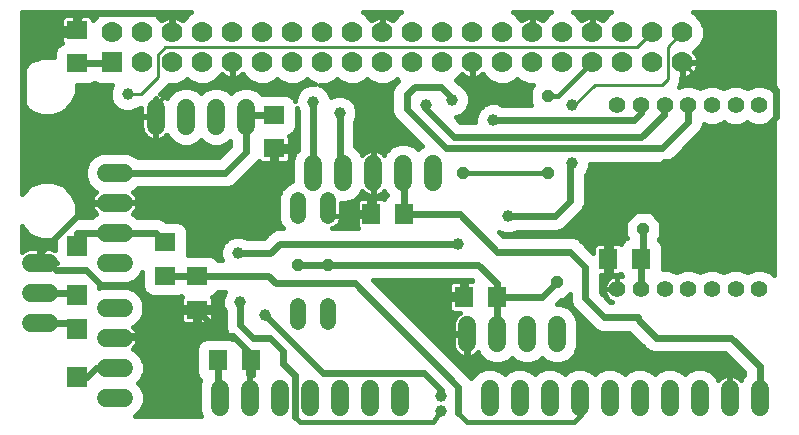
<source format=gbl>
G75*
%MOIN*%
%OFA0B0*%
%FSLAX25Y25*%
%IPPOS*%
%LPD*%
%AMOC8*
5,1,8,0,0,1.08239X$1,22.5*
%
%ADD10C,0.06000*%
%ADD11R,0.07087X0.06299*%
%ADD12R,0.06299X0.07087*%
%ADD13R,0.07098X0.06299*%
%ADD14C,0.05600*%
%ADD15R,0.07000X0.07000*%
%ADD16C,0.07000*%
%ADD17R,0.06693X0.07087*%
%ADD18C,0.05200*%
%ADD19C,0.02400*%
%ADD20C,0.01600*%
%ADD21C,0.01000*%
%ADD22C,0.03962*%
%ADD23OC8,0.03962*%
D10*
X0050050Y0029300D02*
X0056050Y0029300D01*
X0056050Y0039300D02*
X0050050Y0039300D01*
X0050050Y0049300D02*
X0056050Y0049300D01*
X0056050Y0059300D02*
X0050050Y0059300D01*
X0031050Y0054300D02*
X0025050Y0054300D01*
X0025050Y0064300D02*
X0031050Y0064300D01*
X0031050Y0074300D02*
X0025050Y0074300D01*
X0050050Y0074300D02*
X0056050Y0074300D01*
X0056050Y0084300D02*
X0050050Y0084300D01*
X0050050Y0094300D02*
X0056050Y0094300D01*
X0056050Y0104300D02*
X0050050Y0104300D01*
X0066800Y0120050D02*
X0066800Y0126050D01*
X0076800Y0126050D02*
X0076800Y0120050D01*
X0086800Y0120050D02*
X0086800Y0126050D01*
X0096800Y0126050D02*
X0096800Y0120050D01*
X0119300Y0107300D02*
X0119300Y0101300D01*
X0129300Y0101300D02*
X0129300Y0107300D01*
X0139300Y0107300D02*
X0139300Y0101300D01*
X0149300Y0101300D02*
X0149300Y0107300D01*
X0159300Y0107300D02*
X0159300Y0101300D01*
X0170550Y0053550D02*
X0170550Y0047550D01*
X0180550Y0047550D02*
X0180550Y0053550D01*
X0190550Y0053550D02*
X0190550Y0047550D01*
X0200550Y0047550D02*
X0200550Y0053550D01*
X0198050Y0032300D02*
X0198050Y0026300D01*
X0208050Y0026300D02*
X0208050Y0032300D01*
X0218050Y0032300D02*
X0218050Y0026300D01*
X0228050Y0026300D02*
X0228050Y0032300D01*
X0238050Y0032300D02*
X0238050Y0026300D01*
X0248050Y0026300D02*
X0248050Y0032300D01*
X0258050Y0032300D02*
X0258050Y0026300D01*
X0268050Y0026300D02*
X0268050Y0032300D01*
X0188050Y0032300D02*
X0188050Y0026300D01*
X0178050Y0026300D02*
X0178050Y0032300D01*
X0148050Y0032300D02*
X0148050Y0026300D01*
X0138050Y0026300D02*
X0138050Y0032300D01*
X0128050Y0032300D02*
X0128050Y0026300D01*
X0118050Y0026300D02*
X0118050Y0032300D01*
X0108050Y0032300D02*
X0108050Y0026300D01*
X0098050Y0026300D02*
X0098050Y0032300D01*
X0088050Y0032300D02*
X0088050Y0026300D01*
D11*
X0106175Y0112425D03*
X0106175Y0123449D03*
X0040550Y0140776D03*
X0040550Y0151800D03*
D12*
X0138675Y0090550D03*
X0149699Y0090550D03*
X0169526Y0063050D03*
X0180550Y0063050D03*
X0217651Y0075550D03*
X0228675Y0075550D03*
X0098449Y0041800D03*
X0087425Y0041800D03*
D13*
X0080550Y0058728D03*
X0080550Y0069925D03*
X0069925Y0069978D03*
X0069925Y0081175D03*
D14*
X0220678Y0065550D03*
X0228552Y0065550D03*
X0236426Y0065550D03*
X0244300Y0065550D03*
X0252174Y0065550D03*
X0260048Y0065550D03*
X0267922Y0065550D03*
X0267922Y0126800D03*
X0260048Y0126800D03*
X0252174Y0126800D03*
X0244300Y0126800D03*
X0236426Y0126800D03*
X0228552Y0126800D03*
X0220678Y0126800D03*
D15*
X0052253Y0141131D03*
D16*
X0062253Y0141131D03*
X0072253Y0141131D03*
X0082253Y0141131D03*
X0092253Y0141131D03*
X0102253Y0141131D03*
X0112253Y0141131D03*
X0122253Y0141131D03*
X0132253Y0141131D03*
X0142253Y0141131D03*
X0152253Y0141131D03*
X0162253Y0141131D03*
X0172253Y0141131D03*
X0182253Y0141131D03*
X0192253Y0141131D03*
X0202253Y0141131D03*
X0212253Y0141131D03*
X0222253Y0141131D03*
X0232253Y0141131D03*
X0242253Y0141131D03*
X0242253Y0151131D03*
X0232253Y0151131D03*
X0222253Y0151131D03*
X0212253Y0151131D03*
X0202253Y0151131D03*
X0192253Y0151131D03*
X0182253Y0151131D03*
X0172253Y0151131D03*
X0162253Y0151131D03*
X0152253Y0151131D03*
X0142253Y0151131D03*
X0132253Y0151131D03*
X0122253Y0151131D03*
X0112253Y0151131D03*
X0102253Y0151131D03*
X0092253Y0151131D03*
X0082253Y0151131D03*
X0072253Y0151131D03*
X0062253Y0151131D03*
X0052253Y0151131D03*
D17*
X0040550Y0079871D03*
X0040550Y0063729D03*
X0040550Y0052371D03*
X0040550Y0036229D03*
D18*
X0114300Y0054725D02*
X0114300Y0059925D01*
X0124300Y0059925D02*
X0124300Y0054725D01*
X0124300Y0089925D02*
X0124300Y0095125D01*
X0114300Y0095125D02*
X0114300Y0089925D01*
D19*
X0108050Y0080550D02*
X0167425Y0080550D01*
X0174300Y0073675D02*
X0180550Y0067425D01*
X0180550Y0063050D01*
X0195550Y0063050D01*
X0200550Y0068050D01*
X0209925Y0073050D02*
X0209925Y0062425D01*
X0216175Y0056175D01*
X0227425Y0056175D01*
X0227425Y0055550D01*
X0233675Y0049300D01*
X0258675Y0049300D01*
X0268050Y0039925D01*
X0268050Y0029300D01*
X0228552Y0065550D02*
X0228552Y0075427D01*
X0228675Y0075550D01*
X0229300Y0076175D01*
X0229300Y0085550D01*
X0209925Y0073050D02*
X0204925Y0078050D01*
X0180550Y0078050D01*
X0168050Y0090550D01*
X0149699Y0090550D01*
X0149699Y0103901D01*
X0149300Y0104300D01*
X0163675Y0112425D02*
X0235550Y0112425D01*
X0244300Y0121175D01*
X0244300Y0126800D01*
X0236175Y0126549D02*
X0236175Y0123675D01*
X0228675Y0116175D01*
X0166175Y0116175D01*
X0156800Y0125550D01*
X0156800Y0126800D01*
X0150550Y0125550D02*
X0163675Y0112425D01*
X0179300Y0121800D02*
X0226175Y0121800D01*
X0228675Y0124300D01*
X0205550Y0107425D02*
X0204925Y0106800D01*
X0204925Y0094925D01*
X0199925Y0089925D01*
X0184300Y0089925D01*
X0174300Y0073675D02*
X0124300Y0073675D01*
X0114300Y0073675D01*
X0108050Y0080550D02*
X0104925Y0077425D01*
X0094300Y0077425D01*
X0104300Y0069925D02*
X0106800Y0067425D01*
X0133050Y0067425D01*
X0167425Y0033050D01*
X0167425Y0024300D01*
X0161800Y0029925D02*
X0161800Y0031800D01*
X0156175Y0037425D01*
X0122425Y0037425D01*
X0103050Y0056800D01*
X0099300Y0049300D02*
X0094925Y0053675D01*
X0094925Y0061175D01*
X0089353Y0049925D02*
X0080550Y0058728D01*
X0089353Y0049925D02*
X0092425Y0049925D01*
X0098449Y0043901D01*
X0099300Y0049300D02*
X0104925Y0049300D01*
X0109300Y0044925D01*
X0109300Y0040550D01*
X0113050Y0036800D01*
X0113050Y0023050D01*
X0088050Y0029300D02*
X0087425Y0029925D01*
X0087425Y0041800D01*
X0053050Y0039300D02*
X0046800Y0039300D01*
X0043729Y0036229D01*
X0040550Y0036229D01*
X0040550Y0054300D02*
X0028050Y0054300D01*
X0028050Y0064300D02*
X0040550Y0064300D01*
X0043675Y0071800D02*
X0048675Y0066800D01*
X0060550Y0066800D01*
X0069925Y0069978D02*
X0080497Y0069978D01*
X0080550Y0069925D02*
X0104300Y0069925D01*
X0069925Y0081175D02*
X0066800Y0084300D01*
X0053050Y0084300D01*
X0040550Y0084300D01*
X0040550Y0079871D01*
X0033675Y0071800D02*
X0031175Y0074300D01*
X0033675Y0071800D02*
X0043675Y0071800D01*
X0028050Y0077425D02*
X0044925Y0094300D01*
X0053050Y0094300D01*
X0053050Y0104300D02*
X0089925Y0104300D01*
X0096800Y0111175D01*
X0096800Y0123050D01*
X0097199Y0123449D02*
X0106175Y0123449D01*
X0119300Y0128050D02*
X0119300Y0104300D01*
X0128050Y0105550D02*
X0129300Y0104300D01*
X0128050Y0105550D02*
X0128050Y0124300D01*
X0150550Y0125550D02*
X0150550Y0130550D01*
X0153050Y0133050D01*
X0161800Y0133050D01*
X0165550Y0129300D01*
X0072253Y0151131D02*
X0072253Y0156972D01*
X0071800Y0157425D01*
X0042425Y0157425D01*
X0040550Y0155550D01*
X0022425Y0142425D02*
X0022425Y0126175D01*
X0040550Y0140776D02*
X0051898Y0140776D01*
X0180550Y0063050D02*
X0180550Y0050550D01*
X0208050Y0029300D02*
X0208675Y0028675D01*
X0259300Y0108675D02*
X0273675Y0123050D01*
X0273675Y0131800D01*
X0268050Y0137425D01*
D20*
X0272751Y0137590D02*
X0246207Y0137590D01*
X0246295Y0137678D02*
X0246786Y0138353D01*
X0247164Y0139096D01*
X0247422Y0139890D01*
X0247553Y0140714D01*
X0247553Y0140946D01*
X0242437Y0140946D01*
X0242437Y0135831D01*
X0242670Y0135831D01*
X0243494Y0135961D01*
X0244287Y0136219D01*
X0245031Y0136598D01*
X0245705Y0137088D01*
X0246295Y0137678D01*
X0247194Y0139188D02*
X0272751Y0139188D01*
X0272751Y0140787D02*
X0247553Y0140787D01*
X0247553Y0141315D02*
X0247553Y0141548D01*
X0247422Y0142372D01*
X0247164Y0143165D01*
X0246786Y0143909D01*
X0246295Y0144583D01*
X0246222Y0144657D01*
X0246501Y0144773D01*
X0248611Y0146882D01*
X0249753Y0149639D01*
X0249753Y0152623D01*
X0248611Y0155379D01*
X0246501Y0157489D01*
X0245845Y0157761D01*
X0272751Y0157761D01*
X0272751Y0131588D01*
X0271774Y0132565D01*
X0269275Y0133600D01*
X0266569Y0133600D01*
X0264070Y0132565D01*
X0263985Y0132480D01*
X0263900Y0132565D01*
X0261401Y0133600D01*
X0258695Y0133600D01*
X0256196Y0132565D01*
X0256111Y0132480D01*
X0256026Y0132565D01*
X0253527Y0133600D01*
X0250821Y0133600D01*
X0248322Y0132565D01*
X0248237Y0132480D01*
X0248152Y0132565D01*
X0245653Y0133600D01*
X0242947Y0133600D01*
X0241055Y0132816D01*
X0241240Y0133001D01*
X0241925Y0134655D01*
X0241925Y0135831D01*
X0242068Y0135831D01*
X0242068Y0140946D01*
X0242437Y0140946D01*
X0242437Y0141315D01*
X0247553Y0141315D01*
X0247418Y0142385D02*
X0272751Y0142385D01*
X0272751Y0143984D02*
X0246731Y0143984D01*
X0247311Y0145582D02*
X0272751Y0145582D01*
X0272751Y0147181D02*
X0248735Y0147181D01*
X0249397Y0148779D02*
X0272751Y0148779D01*
X0272751Y0150378D02*
X0249753Y0150378D01*
X0249753Y0151976D02*
X0272751Y0151976D01*
X0272751Y0153575D02*
X0249358Y0153575D01*
X0248696Y0155173D02*
X0272751Y0155173D01*
X0272751Y0156772D02*
X0247218Y0156772D01*
X0242437Y0140787D02*
X0242068Y0140787D01*
X0242068Y0139188D02*
X0242437Y0139188D01*
X0242437Y0137590D02*
X0242068Y0137590D01*
X0242068Y0135991D02*
X0242437Y0135991D01*
X0243587Y0135991D02*
X0272751Y0135991D01*
X0272751Y0134393D02*
X0241816Y0134393D01*
X0247598Y0132794D02*
X0248876Y0132794D01*
X0255472Y0132794D02*
X0256750Y0132794D01*
X0263346Y0132794D02*
X0264624Y0132794D01*
X0271220Y0132794D02*
X0272751Y0132794D01*
X0272751Y0122012D02*
X0272751Y0070338D01*
X0271774Y0071315D01*
X0269275Y0072350D01*
X0266569Y0072350D01*
X0264070Y0071315D01*
X0263985Y0071230D01*
X0263900Y0071315D01*
X0261401Y0072350D01*
X0258695Y0072350D01*
X0256196Y0071315D01*
X0256111Y0071230D01*
X0256026Y0071315D01*
X0253527Y0072350D01*
X0250821Y0072350D01*
X0248322Y0071315D01*
X0248237Y0071230D01*
X0248152Y0071315D01*
X0245653Y0072350D01*
X0242947Y0072350D01*
X0240448Y0071315D01*
X0240363Y0071230D01*
X0240278Y0071315D01*
X0237779Y0072350D01*
X0235825Y0072350D01*
X0235825Y0079889D01*
X0235216Y0081359D01*
X0234500Y0082075D01*
X0234500Y0082291D01*
X0235281Y0083073D01*
X0235281Y0088027D01*
X0231777Y0091531D01*
X0226823Y0091531D01*
X0223319Y0088027D01*
X0223319Y0083073D01*
X0223717Y0082674D01*
X0223260Y0082484D01*
X0222134Y0081359D01*
X0221814Y0080587D01*
X0221496Y0080771D01*
X0221038Y0080893D01*
X0218426Y0080893D01*
X0218426Y0076325D01*
X0216877Y0076325D01*
X0216877Y0080893D01*
X0214265Y0080893D01*
X0213807Y0080771D01*
X0213397Y0080534D01*
X0213061Y0080199D01*
X0212824Y0079788D01*
X0212702Y0079330D01*
X0212702Y0077627D01*
X0207871Y0082458D01*
X0205959Y0083250D01*
X0182704Y0083250D01*
X0181232Y0084722D01*
X0183110Y0083944D01*
X0185490Y0083944D01*
X0187375Y0084725D01*
X0200959Y0084725D01*
X0202871Y0085517D01*
X0207871Y0090517D01*
X0209333Y0091979D01*
X0210125Y0093891D01*
X0210125Y0103541D01*
X0210621Y0104037D01*
X0211531Y0106235D01*
X0211531Y0107225D01*
X0236584Y0107225D01*
X0238496Y0108017D01*
X0247246Y0116767D01*
X0248708Y0118229D01*
X0249500Y0120141D01*
X0249500Y0120547D01*
X0250821Y0120000D01*
X0253527Y0120000D01*
X0256026Y0121035D01*
X0256111Y0121120D01*
X0256196Y0121035D01*
X0258695Y0120000D01*
X0261401Y0120000D01*
X0263900Y0121035D01*
X0263985Y0121120D01*
X0264070Y0121035D01*
X0266569Y0120000D01*
X0269275Y0120000D01*
X0271774Y0121035D01*
X0272751Y0122012D01*
X0272751Y0121605D02*
X0272343Y0121605D01*
X0272751Y0120006D02*
X0269290Y0120006D01*
X0266554Y0120006D02*
X0261416Y0120006D01*
X0258680Y0120006D02*
X0253542Y0120006D01*
X0250806Y0120006D02*
X0249444Y0120006D01*
X0248782Y0118408D02*
X0272751Y0118408D01*
X0272751Y0116809D02*
X0247288Y0116809D01*
X0245690Y0115211D02*
X0272751Y0115211D01*
X0272751Y0113612D02*
X0244091Y0113612D01*
X0242493Y0112014D02*
X0272751Y0112014D01*
X0272751Y0110415D02*
X0240894Y0110415D01*
X0239296Y0108817D02*
X0272751Y0108817D01*
X0272751Y0107218D02*
X0211531Y0107218D01*
X0211276Y0105620D02*
X0272751Y0105620D01*
X0272751Y0104021D02*
X0210605Y0104021D01*
X0210125Y0102423D02*
X0272751Y0102423D01*
X0272751Y0100824D02*
X0210125Y0100824D01*
X0210125Y0099226D02*
X0272751Y0099226D01*
X0272751Y0097627D02*
X0210125Y0097627D01*
X0210125Y0096029D02*
X0272751Y0096029D01*
X0272751Y0094430D02*
X0210125Y0094430D01*
X0209686Y0092832D02*
X0272751Y0092832D01*
X0272751Y0091233D02*
X0232076Y0091233D01*
X0233674Y0089634D02*
X0272751Y0089634D01*
X0272751Y0088036D02*
X0235273Y0088036D01*
X0235281Y0086437D02*
X0272751Y0086437D01*
X0272751Y0084839D02*
X0235281Y0084839D01*
X0235281Y0083240D02*
X0272751Y0083240D01*
X0272751Y0081642D02*
X0234933Y0081642D01*
X0235761Y0080043D02*
X0272751Y0080043D01*
X0272751Y0078445D02*
X0235825Y0078445D01*
X0235825Y0076846D02*
X0272751Y0076846D01*
X0272751Y0075248D02*
X0235825Y0075248D01*
X0235825Y0073649D02*
X0272751Y0073649D01*
X0272751Y0072051D02*
X0269997Y0072051D01*
X0272636Y0070452D02*
X0272751Y0070452D01*
X0265847Y0072051D02*
X0262123Y0072051D01*
X0257973Y0072051D02*
X0254249Y0072051D01*
X0250099Y0072051D02*
X0246375Y0072051D01*
X0242225Y0072051D02*
X0238501Y0072051D01*
X0222052Y0069940D02*
X0221755Y0070037D01*
X0221040Y0070150D01*
X0220678Y0070150D01*
X0220678Y0065550D01*
X0220678Y0065550D01*
X0220678Y0070150D01*
X0220316Y0070150D01*
X0219601Y0070037D01*
X0218912Y0069813D01*
X0218267Y0069484D01*
X0217681Y0069059D01*
X0217169Y0068547D01*
X0216744Y0067961D01*
X0216415Y0067316D01*
X0216191Y0066627D01*
X0216078Y0065912D01*
X0216078Y0065550D01*
X0220678Y0065550D01*
X0220678Y0065550D01*
X0216078Y0065550D01*
X0216078Y0065188D01*
X0216191Y0064473D01*
X0216415Y0063784D01*
X0216744Y0063139D01*
X0217169Y0062553D01*
X0217681Y0062041D01*
X0218267Y0061616D01*
X0218740Y0061375D01*
X0218329Y0061375D01*
X0215125Y0064579D01*
X0215125Y0070207D01*
X0216877Y0070207D01*
X0216877Y0074775D01*
X0218426Y0074775D01*
X0218426Y0070207D01*
X0221038Y0070207D01*
X0221496Y0070329D01*
X0221814Y0070513D01*
X0222052Y0069940D01*
X0221840Y0070452D02*
X0221709Y0070452D01*
X0220678Y0068854D02*
X0220678Y0068854D01*
X0220678Y0067255D02*
X0220678Y0067255D01*
X0220678Y0065657D02*
X0220678Y0065657D01*
X0216395Y0067255D02*
X0215125Y0067255D01*
X0215125Y0065657D02*
X0216078Y0065657D01*
X0216326Y0064058D02*
X0215646Y0064058D01*
X0217244Y0062460D02*
X0217263Y0062460D01*
X0208930Y0056066D02*
X0207085Y0056066D01*
X0207550Y0054942D02*
X0206484Y0057515D01*
X0204515Y0059484D01*
X0201942Y0060550D01*
X0200404Y0060550D01*
X0201923Y0062069D01*
X0203027Y0062069D01*
X0204725Y0063766D01*
X0204725Y0063459D01*
X0204725Y0061391D01*
X0205517Y0059479D01*
X0213229Y0051767D01*
X0215141Y0050975D01*
X0224646Y0050975D01*
X0229267Y0046354D01*
X0230729Y0044892D01*
X0232641Y0044100D01*
X0256521Y0044100D01*
X0262850Y0037771D01*
X0262850Y0036999D01*
X0262116Y0036265D01*
X0261748Y0035377D01*
X0261711Y0035427D01*
X0261177Y0035961D01*
X0260566Y0036405D01*
X0259893Y0036748D01*
X0259174Y0036982D01*
X0258428Y0037100D01*
X0258250Y0037100D01*
X0258250Y0029500D01*
X0257850Y0029500D01*
X0257850Y0037100D01*
X0257672Y0037100D01*
X0256926Y0036982D01*
X0256207Y0036748D01*
X0255534Y0036405D01*
X0254923Y0035961D01*
X0254389Y0035427D01*
X0254352Y0035377D01*
X0253984Y0036265D01*
X0252015Y0038234D01*
X0249442Y0039300D01*
X0246658Y0039300D01*
X0244085Y0038234D01*
X0243050Y0037199D01*
X0242015Y0038234D01*
X0239442Y0039300D01*
X0236658Y0039300D01*
X0234085Y0038234D01*
X0233050Y0037199D01*
X0232015Y0038234D01*
X0229442Y0039300D01*
X0226658Y0039300D01*
X0224085Y0038234D01*
X0223050Y0037199D01*
X0222015Y0038234D01*
X0219442Y0039300D01*
X0216658Y0039300D01*
X0214085Y0038234D01*
X0213050Y0037199D01*
X0212015Y0038234D01*
X0209442Y0039300D01*
X0206658Y0039300D01*
X0204085Y0038234D01*
X0203050Y0037199D01*
X0202015Y0038234D01*
X0199442Y0039300D01*
X0196658Y0039300D01*
X0194085Y0038234D01*
X0193050Y0037199D01*
X0192015Y0038234D01*
X0189442Y0039300D01*
X0186658Y0039300D01*
X0184085Y0038234D01*
X0183050Y0037199D01*
X0182015Y0038234D01*
X0179442Y0039300D01*
X0176658Y0039300D01*
X0174085Y0038234D01*
X0172116Y0036265D01*
X0171919Y0035790D01*
X0171833Y0035996D01*
X0170371Y0037458D01*
X0170371Y0037458D01*
X0139354Y0068475D01*
X0172146Y0068475D01*
X0172228Y0068393D01*
X0170301Y0068393D01*
X0170301Y0063825D01*
X0168752Y0063825D01*
X0168752Y0068393D01*
X0166140Y0068393D01*
X0165682Y0068271D01*
X0165272Y0068034D01*
X0164936Y0067699D01*
X0164699Y0067288D01*
X0164577Y0066830D01*
X0164577Y0063825D01*
X0168751Y0063825D01*
X0168751Y0062275D01*
X0164577Y0062275D01*
X0164577Y0059270D01*
X0164699Y0058812D01*
X0164936Y0058401D01*
X0165272Y0058066D01*
X0165682Y0057829D01*
X0166140Y0057707D01*
X0168135Y0057707D01*
X0168034Y0057655D01*
X0167423Y0057211D01*
X0166889Y0056677D01*
X0166445Y0056066D01*
X0151763Y0056066D01*
X0150165Y0057664D02*
X0168052Y0057664D01*
X0166445Y0056066D02*
X0166102Y0055393D01*
X0165868Y0054674D01*
X0165750Y0053928D01*
X0165750Y0050750D01*
X0170350Y0050750D01*
X0170350Y0050350D01*
X0170750Y0050350D01*
X0170750Y0042750D01*
X0170928Y0042750D01*
X0171674Y0042868D01*
X0172393Y0043102D01*
X0173066Y0043445D01*
X0173677Y0043889D01*
X0174211Y0044423D01*
X0174248Y0044473D01*
X0174616Y0043585D01*
X0176585Y0041616D01*
X0179158Y0040550D01*
X0181942Y0040550D01*
X0184515Y0041616D01*
X0185550Y0042651D01*
X0186585Y0041616D01*
X0189158Y0040550D01*
X0191942Y0040550D01*
X0194515Y0041616D01*
X0195550Y0042651D01*
X0196585Y0041616D01*
X0199158Y0040550D01*
X0201942Y0040550D01*
X0204515Y0041616D01*
X0206484Y0043585D01*
X0207550Y0046158D01*
X0207550Y0054942D01*
X0207550Y0054467D02*
X0210529Y0054467D01*
X0212127Y0052869D02*
X0207550Y0052869D01*
X0207550Y0051270D02*
X0214428Y0051270D01*
X0207550Y0049672D02*
X0225949Y0049672D01*
X0227548Y0048073D02*
X0207550Y0048073D01*
X0207550Y0046475D02*
X0229146Y0046475D01*
X0230767Y0044876D02*
X0207019Y0044876D01*
X0206177Y0043278D02*
X0257343Y0043278D01*
X0258942Y0041679D02*
X0204579Y0041679D01*
X0204683Y0038482D02*
X0201417Y0038482D01*
X0196521Y0041679D02*
X0194579Y0041679D01*
X0194683Y0038482D02*
X0191417Y0038482D01*
X0186521Y0041679D02*
X0184579Y0041679D01*
X0184683Y0038482D02*
X0181417Y0038482D01*
X0176521Y0041679D02*
X0166150Y0041679D01*
X0167748Y0040081D02*
X0260540Y0040081D01*
X0262139Y0038482D02*
X0251417Y0038482D01*
X0253366Y0036884D02*
X0256624Y0036884D01*
X0257850Y0036884D02*
X0258250Y0036884D01*
X0259476Y0036884D02*
X0262734Y0036884D01*
X0258250Y0035285D02*
X0257850Y0035285D01*
X0257850Y0033687D02*
X0258250Y0033687D01*
X0258250Y0032088D02*
X0257850Y0032088D01*
X0257850Y0030490D02*
X0258250Y0030490D01*
X0244683Y0038482D02*
X0241417Y0038482D01*
X0234683Y0038482D02*
X0231417Y0038482D01*
X0224683Y0038482D02*
X0221417Y0038482D01*
X0214683Y0038482D02*
X0211417Y0038482D01*
X0208675Y0028675D02*
X0208675Y0023675D01*
X0206175Y0021175D01*
X0170550Y0021175D01*
X0167425Y0024300D01*
X0161800Y0024925D02*
X0159300Y0021175D01*
X0114925Y0021175D01*
X0113050Y0023050D01*
X0098250Y0029500D02*
X0097850Y0029500D01*
X0097850Y0037100D01*
X0097674Y0037100D01*
X0097674Y0041025D01*
X0099223Y0041025D01*
X0099223Y0036966D01*
X0099174Y0036982D01*
X0098428Y0037100D01*
X0098250Y0037100D01*
X0098250Y0029500D01*
X0098250Y0030490D02*
X0097850Y0030490D01*
X0097850Y0032088D02*
X0098250Y0032088D01*
X0098250Y0033687D02*
X0097850Y0033687D01*
X0097850Y0035285D02*
X0098250Y0035285D01*
X0098250Y0036884D02*
X0097850Y0036884D01*
X0097674Y0038482D02*
X0099223Y0038482D01*
X0099223Y0040081D02*
X0097674Y0040081D01*
X0097674Y0042575D02*
X0097674Y0044345D01*
X0098266Y0044100D01*
X0099223Y0044100D01*
X0099223Y0042575D01*
X0097674Y0042575D01*
X0097674Y0043278D02*
X0099223Y0043278D01*
X0092279Y0048967D02*
X0091370Y0049343D01*
X0083480Y0049343D01*
X0082010Y0048734D01*
X0080884Y0047609D01*
X0080275Y0046139D01*
X0080275Y0037461D01*
X0080884Y0035991D01*
X0081675Y0035201D01*
X0081050Y0033692D01*
X0081050Y0024908D01*
X0081716Y0023300D01*
X0059857Y0023300D01*
X0060015Y0023366D01*
X0061984Y0025335D01*
X0063050Y0027908D01*
X0063050Y0030692D01*
X0061984Y0033265D01*
X0060949Y0034300D01*
X0061984Y0035335D01*
X0063050Y0037908D01*
X0063050Y0040692D01*
X0061984Y0043265D01*
X0060015Y0045234D01*
X0059127Y0045602D01*
X0059177Y0045639D01*
X0059711Y0046173D01*
X0060155Y0046784D01*
X0060498Y0047457D01*
X0060732Y0048176D01*
X0060850Y0048922D01*
X0060850Y0049100D01*
X0053250Y0049100D01*
X0053250Y0049500D01*
X0060850Y0049500D01*
X0060850Y0049678D01*
X0060732Y0050424D01*
X0060498Y0051143D01*
X0060155Y0051816D01*
X0059711Y0052427D01*
X0059177Y0052961D01*
X0059127Y0052998D01*
X0060015Y0053366D01*
X0061984Y0055335D01*
X0063050Y0057908D01*
X0063050Y0060692D01*
X0061984Y0063265D01*
X0060015Y0065234D01*
X0057442Y0066300D01*
X0048658Y0066300D01*
X0047896Y0065985D01*
X0047896Y0067615D01*
X0048658Y0067300D01*
X0057442Y0067300D01*
X0060015Y0068366D01*
X0061984Y0070335D01*
X0062376Y0071280D01*
X0062376Y0066033D01*
X0062985Y0064563D01*
X0064110Y0063437D01*
X0065580Y0062829D01*
X0074270Y0062829D01*
X0075173Y0063203D01*
X0075602Y0063025D01*
X0075560Y0062983D01*
X0075323Y0062573D01*
X0075201Y0062115D01*
X0075201Y0059503D01*
X0079775Y0059503D01*
X0079775Y0057953D01*
X0081325Y0057953D01*
X0081325Y0053779D01*
X0084336Y0053779D01*
X0084794Y0053901D01*
X0085204Y0054138D01*
X0085540Y0054473D01*
X0085777Y0054884D01*
X0085899Y0055342D01*
X0085899Y0057953D01*
X0081325Y0057953D01*
X0081325Y0059503D01*
X0085899Y0059503D01*
X0085899Y0062115D01*
X0085777Y0062573D01*
X0085540Y0062983D01*
X0085498Y0063025D01*
X0086365Y0063384D01*
X0087490Y0064510D01*
X0087579Y0064725D01*
X0090016Y0064725D01*
X0089854Y0064563D01*
X0088944Y0062365D01*
X0088944Y0059985D01*
X0089725Y0058100D01*
X0089725Y0052641D01*
X0090517Y0050729D01*
X0092279Y0048967D01*
X0091574Y0049672D02*
X0060850Y0049672D01*
X0060698Y0048073D02*
X0081348Y0048073D01*
X0080414Y0046475D02*
X0059930Y0046475D01*
X0060373Y0044876D02*
X0080275Y0044876D01*
X0080275Y0043278D02*
X0061972Y0043278D01*
X0062641Y0041679D02*
X0080275Y0041679D01*
X0080275Y0040081D02*
X0063050Y0040081D01*
X0063050Y0038482D02*
X0080275Y0038482D01*
X0080515Y0036884D02*
X0062626Y0036884D01*
X0061935Y0035285D02*
X0081590Y0035285D01*
X0081050Y0033687D02*
X0061563Y0033687D01*
X0062472Y0032088D02*
X0081050Y0032088D01*
X0081050Y0030490D02*
X0063050Y0030490D01*
X0063050Y0028891D02*
X0081050Y0028891D01*
X0081050Y0027293D02*
X0062795Y0027293D01*
X0062133Y0025694D02*
X0081050Y0025694D01*
X0081386Y0024096D02*
X0060745Y0024096D01*
X0060433Y0051270D02*
X0090293Y0051270D01*
X0089725Y0052869D02*
X0059269Y0052869D01*
X0061117Y0054467D02*
X0075566Y0054467D01*
X0075560Y0054473D02*
X0075896Y0054138D01*
X0076306Y0053901D01*
X0076764Y0053779D01*
X0079775Y0053779D01*
X0079775Y0057953D01*
X0075201Y0057953D01*
X0075201Y0055342D01*
X0075323Y0054884D01*
X0075560Y0054473D01*
X0075201Y0056066D02*
X0062287Y0056066D01*
X0062949Y0057664D02*
X0075201Y0057664D01*
X0075201Y0060861D02*
X0062980Y0060861D01*
X0063050Y0059263D02*
X0079775Y0059263D01*
X0081325Y0059263D02*
X0089243Y0059263D01*
X0088944Y0060861D02*
X0085899Y0060861D01*
X0085807Y0062460D02*
X0088983Y0062460D01*
X0089645Y0064058D02*
X0087039Y0064058D01*
X0085899Y0057664D02*
X0089725Y0057664D01*
X0089725Y0056066D02*
X0085899Y0056066D01*
X0085534Y0054467D02*
X0089725Y0054467D01*
X0081325Y0054467D02*
X0079775Y0054467D01*
X0079775Y0056066D02*
X0081325Y0056066D01*
X0081325Y0057664D02*
X0079775Y0057664D01*
X0075293Y0062460D02*
X0062318Y0062460D01*
X0061191Y0064058D02*
X0063489Y0064058D01*
X0062532Y0065657D02*
X0058995Y0065657D01*
X0062376Y0067255D02*
X0047896Y0067255D01*
X0040550Y0064300D02*
X0040550Y0063729D01*
X0040550Y0054300D02*
X0040550Y0052371D01*
X0060503Y0068854D02*
X0062376Y0068854D01*
X0062376Y0070452D02*
X0062033Y0070452D01*
X0077410Y0077075D02*
X0077474Y0077230D01*
X0077474Y0085120D01*
X0076865Y0086590D01*
X0075740Y0087716D01*
X0074270Y0088325D01*
X0070129Y0088325D01*
X0069746Y0088708D01*
X0067834Y0089500D01*
X0060749Y0089500D01*
X0060015Y0090234D01*
X0059127Y0090602D01*
X0059177Y0090639D01*
X0059711Y0091173D01*
X0060155Y0091784D01*
X0060498Y0092457D01*
X0060732Y0093176D01*
X0060850Y0093922D01*
X0060850Y0094100D01*
X0053250Y0094100D01*
X0053250Y0094500D01*
X0060850Y0094500D01*
X0060850Y0094678D01*
X0060732Y0095424D01*
X0060498Y0096143D01*
X0060155Y0096816D01*
X0059711Y0097427D01*
X0059177Y0097961D01*
X0059127Y0097998D01*
X0060015Y0098366D01*
X0060749Y0099100D01*
X0090959Y0099100D01*
X0092871Y0099892D01*
X0094333Y0101354D01*
X0101176Y0108197D01*
X0101191Y0108170D01*
X0101526Y0107835D01*
X0101937Y0107598D01*
X0102395Y0107475D01*
X0105400Y0107475D01*
X0105400Y0111650D01*
X0106950Y0111650D01*
X0106950Y0113200D01*
X0111518Y0113200D01*
X0111518Y0115812D01*
X0111396Y0116269D01*
X0111212Y0116588D01*
X0111984Y0116908D01*
X0113109Y0118033D01*
X0113718Y0119503D01*
X0113718Y0125896D01*
X0114100Y0124975D01*
X0114100Y0111999D01*
X0113366Y0111265D01*
X0112300Y0108692D01*
X0112300Y0101440D01*
X0110561Y0100720D01*
X0108705Y0098864D01*
X0107700Y0096438D01*
X0107700Y0088612D01*
X0108705Y0086186D01*
X0109141Y0085750D01*
X0107016Y0085750D01*
X0105104Y0084958D01*
X0103642Y0083496D01*
X0102771Y0082625D01*
X0097375Y0082625D01*
X0095490Y0083406D01*
X0093110Y0083406D01*
X0090912Y0082496D01*
X0089229Y0080813D01*
X0088319Y0078615D01*
X0088319Y0076235D01*
X0088779Y0075125D01*
X0087579Y0075125D01*
X0087490Y0075340D01*
X0086365Y0076466D01*
X0084895Y0077075D01*
X0077410Y0077075D01*
X0077474Y0078445D02*
X0088319Y0078445D01*
X0088319Y0076846D02*
X0085446Y0076846D01*
X0087529Y0075248D02*
X0088728Y0075248D01*
X0088911Y0080043D02*
X0077474Y0080043D01*
X0077474Y0081642D02*
X0090058Y0081642D01*
X0092710Y0083240D02*
X0077474Y0083240D01*
X0077474Y0084839D02*
X0104985Y0084839D01*
X0103387Y0083240D02*
X0095890Y0083240D01*
X0107700Y0089634D02*
X0060615Y0089634D01*
X0059755Y0091233D02*
X0107700Y0091233D01*
X0107700Y0092832D02*
X0060620Y0092832D01*
X0060535Y0096029D02*
X0107700Y0096029D01*
X0107700Y0094430D02*
X0053250Y0094430D01*
X0052850Y0094430D02*
X0040182Y0094430D01*
X0040455Y0093770D02*
X0038947Y0097411D01*
X0036161Y0100197D01*
X0032520Y0101705D01*
X0028580Y0101705D01*
X0024939Y0100197D01*
X0022153Y0097411D01*
X0022050Y0097163D01*
X0022050Y0127687D01*
X0022153Y0127439D01*
X0024939Y0124653D01*
X0028580Y0123144D01*
X0032520Y0123144D01*
X0036161Y0124653D01*
X0038947Y0127439D01*
X0040455Y0131080D01*
X0040455Y0133627D01*
X0044889Y0133627D01*
X0046359Y0134236D01*
X0046425Y0134302D01*
X0046487Y0134240D01*
X0047957Y0133631D01*
X0052227Y0133631D01*
X0051444Y0131740D01*
X0051444Y0129360D01*
X0052354Y0127162D01*
X0054037Y0125479D01*
X0056235Y0124569D01*
X0058615Y0124569D01*
X0060813Y0125479D01*
X0061384Y0126050D01*
X0062000Y0126050D01*
X0062000Y0123250D01*
X0066600Y0123250D01*
X0066600Y0128986D01*
X0067000Y0129386D01*
X0067000Y0123250D01*
X0066600Y0123250D01*
X0066600Y0122850D01*
X0067000Y0122850D01*
X0067000Y0115250D01*
X0067178Y0115250D01*
X0067924Y0115368D01*
X0068643Y0115602D01*
X0069316Y0115945D01*
X0069927Y0116389D01*
X0070461Y0116923D01*
X0070498Y0116973D01*
X0070866Y0116085D01*
X0072835Y0114116D01*
X0075408Y0113050D01*
X0078192Y0113050D01*
X0080765Y0114116D01*
X0081800Y0115151D01*
X0082835Y0114116D01*
X0085408Y0113050D01*
X0088192Y0113050D01*
X0090765Y0114116D01*
X0091600Y0114951D01*
X0091600Y0113329D01*
X0087771Y0109500D01*
X0060749Y0109500D01*
X0060015Y0110234D01*
X0057442Y0111300D01*
X0048658Y0111300D01*
X0046085Y0110234D01*
X0044116Y0108265D01*
X0043050Y0105692D01*
X0043050Y0102908D01*
X0044116Y0100335D01*
X0046085Y0098366D01*
X0046973Y0097998D01*
X0046923Y0097961D01*
X0046389Y0097427D01*
X0045945Y0096816D01*
X0045602Y0096143D01*
X0045368Y0095424D01*
X0045250Y0094678D01*
X0045250Y0094500D01*
X0052850Y0094500D01*
X0052850Y0094100D01*
X0045250Y0094100D01*
X0045250Y0093922D01*
X0045368Y0093176D01*
X0045602Y0092457D01*
X0045945Y0091784D01*
X0046389Y0091173D01*
X0046923Y0090639D01*
X0046973Y0090602D01*
X0046085Y0090234D01*
X0045351Y0089500D01*
X0040319Y0089500D01*
X0040455Y0089830D01*
X0040455Y0093770D01*
X0040455Y0092832D02*
X0045480Y0092832D01*
X0046345Y0091233D02*
X0040455Y0091233D01*
X0040375Y0089634D02*
X0045485Y0089634D01*
X0045565Y0096029D02*
X0039520Y0096029D01*
X0038731Y0097627D02*
X0046589Y0097627D01*
X0045225Y0099226D02*
X0037133Y0099226D01*
X0034648Y0100824D02*
X0043913Y0100824D01*
X0043251Y0102423D02*
X0022050Y0102423D01*
X0022050Y0104021D02*
X0043050Y0104021D01*
X0043050Y0105620D02*
X0022050Y0105620D01*
X0022050Y0107218D02*
X0043682Y0107218D01*
X0044667Y0108817D02*
X0022050Y0108817D01*
X0022050Y0110415D02*
X0046521Y0110415D01*
X0059579Y0110415D02*
X0088686Y0110415D01*
X0090285Y0112014D02*
X0022050Y0112014D01*
X0022050Y0113612D02*
X0074050Y0113612D01*
X0071740Y0115211D02*
X0022050Y0115211D01*
X0022050Y0116809D02*
X0063253Y0116809D01*
X0063139Y0116923D02*
X0063673Y0116389D01*
X0064284Y0115945D01*
X0064957Y0115602D01*
X0065676Y0115368D01*
X0066422Y0115250D01*
X0066600Y0115250D01*
X0066600Y0122850D01*
X0062000Y0122850D01*
X0062000Y0119672D01*
X0062118Y0118926D01*
X0062352Y0118207D01*
X0062695Y0117534D01*
X0063139Y0116923D01*
X0062287Y0118408D02*
X0022050Y0118408D01*
X0022050Y0120006D02*
X0062000Y0120006D01*
X0062000Y0121605D02*
X0022050Y0121605D01*
X0022050Y0123203D02*
X0028438Y0123203D01*
X0024790Y0124802D02*
X0022050Y0124802D01*
X0022050Y0126400D02*
X0023191Y0126400D01*
X0032662Y0123203D02*
X0066600Y0123203D01*
X0066600Y0121605D02*
X0067000Y0121605D01*
X0067000Y0120006D02*
X0066600Y0120006D01*
X0066600Y0118408D02*
X0067000Y0118408D01*
X0067000Y0116809D02*
X0066600Y0116809D01*
X0070347Y0116809D02*
X0070566Y0116809D01*
X0079550Y0113612D02*
X0084050Y0113612D01*
X0089550Y0113612D02*
X0091600Y0113612D01*
X0100197Y0107218D02*
X0112300Y0107218D01*
X0111159Y0108170D02*
X0111396Y0108581D01*
X0111518Y0109038D01*
X0111518Y0111650D01*
X0106950Y0111650D01*
X0106950Y0107475D01*
X0109955Y0107475D01*
X0110413Y0107598D01*
X0110824Y0107835D01*
X0111159Y0108170D01*
X0111459Y0108817D02*
X0112351Y0108817D01*
X0113014Y0110415D02*
X0111518Y0110415D01*
X0114100Y0112014D02*
X0106950Y0112014D01*
X0106950Y0110415D02*
X0105400Y0110415D01*
X0105400Y0108817D02*
X0106950Y0108817D01*
X0112300Y0105620D02*
X0098599Y0105620D01*
X0097000Y0104021D02*
X0112300Y0104021D01*
X0112300Y0102423D02*
X0095401Y0102423D01*
X0093803Y0100824D02*
X0110812Y0100824D01*
X0109067Y0099226D02*
X0091262Y0099226D01*
X0108193Y0097627D02*
X0059511Y0097627D01*
X0074967Y0088036D02*
X0107939Y0088036D01*
X0108601Y0086437D02*
X0076929Y0086437D01*
X0033204Y0082177D02*
X0033204Y0078590D01*
X0032893Y0078748D01*
X0032174Y0078982D01*
X0031428Y0079100D01*
X0028250Y0079100D01*
X0028250Y0074500D01*
X0027850Y0074500D01*
X0027850Y0079100D01*
X0024672Y0079100D01*
X0023926Y0078982D01*
X0023207Y0078748D01*
X0022534Y0078405D01*
X0022050Y0078053D01*
X0022050Y0086437D01*
X0022153Y0086189D01*
X0024939Y0083403D01*
X0028580Y0081894D01*
X0032520Y0081894D01*
X0033204Y0082177D01*
X0033204Y0081642D02*
X0022050Y0081642D01*
X0022050Y0083240D02*
X0025330Y0083240D01*
X0023503Y0084839D02*
X0022050Y0084839D01*
X0022050Y0080043D02*
X0033204Y0080043D01*
X0028250Y0078445D02*
X0027850Y0078445D01*
X0027850Y0076846D02*
X0028250Y0076846D01*
X0028250Y0075248D02*
X0027850Y0075248D01*
X0028250Y0074500D02*
X0033631Y0074500D01*
X0033797Y0074100D01*
X0028250Y0074100D01*
X0028250Y0074500D01*
X0022612Y0078445D02*
X0022050Y0078445D01*
X0022050Y0097627D02*
X0022369Y0097627D01*
X0022050Y0099226D02*
X0023967Y0099226D01*
X0022050Y0100824D02*
X0026452Y0100824D01*
X0036310Y0124802D02*
X0055673Y0124802D01*
X0053116Y0126400D02*
X0037909Y0126400D01*
X0039179Y0127999D02*
X0052008Y0127999D01*
X0051444Y0129597D02*
X0039841Y0129597D01*
X0040455Y0131196D02*
X0051444Y0131196D01*
X0051881Y0132794D02*
X0040455Y0132794D01*
X0051898Y0140776D02*
X0052253Y0141131D01*
X0040550Y0151800D02*
X0040550Y0155550D01*
X0041800Y0156800D01*
X0041325Y0156750D02*
X0041325Y0152575D01*
X0039775Y0152575D01*
X0039775Y0156750D01*
X0036770Y0156750D01*
X0036312Y0156627D01*
X0035901Y0156390D01*
X0035566Y0156055D01*
X0035329Y0155644D01*
X0035207Y0155187D01*
X0035207Y0152575D01*
X0039775Y0152575D01*
X0039775Y0151025D01*
X0035207Y0151025D01*
X0035207Y0148413D01*
X0035329Y0147956D01*
X0035513Y0147637D01*
X0034741Y0147317D01*
X0033616Y0146192D01*
X0033007Y0144722D01*
X0033007Y0142754D01*
X0032520Y0142955D01*
X0028580Y0142955D01*
X0024939Y0141447D01*
X0022153Y0138661D01*
X0022050Y0138413D01*
X0022050Y0157761D01*
X0048660Y0157761D01*
X0048004Y0157489D01*
X0045895Y0155379D01*
X0045862Y0155302D01*
X0045771Y0155644D01*
X0045534Y0156055D01*
X0045199Y0156390D01*
X0044788Y0156627D01*
X0044330Y0156750D01*
X0041325Y0156750D01*
X0041325Y0155173D02*
X0039775Y0155173D01*
X0039775Y0153575D02*
X0041325Y0153575D01*
X0039775Y0151976D02*
X0022050Y0151976D01*
X0022050Y0150378D02*
X0035207Y0150378D01*
X0035207Y0148779D02*
X0022050Y0148779D01*
X0022050Y0147181D02*
X0034605Y0147181D01*
X0033363Y0145582D02*
X0022050Y0145582D01*
X0022050Y0143984D02*
X0033007Y0143984D01*
X0027203Y0142385D02*
X0022050Y0142385D01*
X0022050Y0140787D02*
X0024278Y0140787D01*
X0022680Y0139188D02*
X0022050Y0139188D01*
X0022050Y0153575D02*
X0035207Y0153575D01*
X0035207Y0155173D02*
X0022050Y0155173D01*
X0022050Y0156772D02*
X0047287Y0156772D01*
X0065845Y0157761D02*
X0078660Y0157761D01*
X0078004Y0157489D01*
X0075895Y0155379D01*
X0075779Y0155100D01*
X0075705Y0155173D01*
X0075809Y0155173D01*
X0075705Y0155173D02*
X0075031Y0155664D01*
X0074287Y0156042D01*
X0073494Y0156300D01*
X0072670Y0156431D01*
X0072437Y0156431D01*
X0072437Y0151315D01*
X0072068Y0151315D01*
X0072068Y0156431D01*
X0071836Y0156431D01*
X0071012Y0156300D01*
X0070218Y0156042D01*
X0069475Y0155664D01*
X0068800Y0155173D01*
X0068727Y0155100D01*
X0068611Y0155379D01*
X0066501Y0157489D01*
X0065845Y0157761D01*
X0067218Y0156772D02*
X0077287Y0156772D01*
X0072437Y0155173D02*
X0072068Y0155173D01*
X0072068Y0153575D02*
X0072437Y0153575D01*
X0072437Y0151976D02*
X0072068Y0151976D01*
X0068800Y0155173D02*
X0068696Y0155173D01*
X0092068Y0140946D02*
X0092437Y0140946D01*
X0092437Y0135831D01*
X0092670Y0135831D01*
X0093494Y0135961D01*
X0094287Y0136219D01*
X0095031Y0136598D01*
X0095705Y0137088D01*
X0095779Y0137162D01*
X0095895Y0136882D01*
X0098004Y0134773D01*
X0100761Y0133631D01*
X0103745Y0133631D01*
X0106501Y0134773D01*
X0107253Y0135524D01*
X0108004Y0134773D01*
X0110761Y0133631D01*
X0113745Y0133631D01*
X0116501Y0134773D01*
X0117253Y0135524D01*
X0118004Y0134773D01*
X0119794Y0134031D01*
X0118110Y0134031D01*
X0115912Y0133121D01*
X0114229Y0131438D01*
X0113319Y0129240D01*
X0113319Y0128358D01*
X0113109Y0128864D01*
X0111984Y0129989D01*
X0110514Y0130598D01*
X0102151Y0130598D01*
X0100765Y0131984D01*
X0098192Y0133050D01*
X0095408Y0133050D01*
X0092835Y0131984D01*
X0091800Y0130949D01*
X0090765Y0131984D01*
X0088192Y0133050D01*
X0085408Y0133050D01*
X0082835Y0131984D01*
X0081800Y0130949D01*
X0080765Y0131984D01*
X0078192Y0133050D01*
X0075408Y0133050D01*
X0072835Y0131984D01*
X0070866Y0130015D01*
X0070498Y0129127D01*
X0070461Y0129177D01*
X0069927Y0129711D01*
X0069316Y0130155D01*
X0068643Y0130498D01*
X0068242Y0130628D01*
X0069974Y0132360D01*
X0071240Y0133626D01*
X0071242Y0133631D01*
X0073745Y0133631D01*
X0076501Y0134773D01*
X0077253Y0135524D01*
X0078004Y0134773D01*
X0080761Y0133631D01*
X0083745Y0133631D01*
X0086501Y0134773D01*
X0088611Y0136882D01*
X0088727Y0137162D01*
X0088800Y0137088D01*
X0089475Y0136598D01*
X0090218Y0136219D01*
X0091012Y0135961D01*
X0091836Y0135831D01*
X0092068Y0135831D01*
X0092068Y0140946D01*
X0092068Y0140787D02*
X0092437Y0140787D01*
X0092437Y0139188D02*
X0092068Y0139188D01*
X0092068Y0137590D02*
X0092437Y0137590D01*
X0092437Y0135991D02*
X0092068Y0135991D01*
X0090919Y0135991D02*
X0087720Y0135991D01*
X0085584Y0134393D02*
X0098921Y0134393D01*
X0098810Y0132794D02*
X0115586Y0132794D01*
X0115584Y0134393D02*
X0118921Y0134393D01*
X0121456Y0133631D02*
X0123745Y0133631D01*
X0126501Y0134773D01*
X0127253Y0135524D01*
X0128004Y0134773D01*
X0130761Y0133631D01*
X0133745Y0133631D01*
X0136501Y0134773D01*
X0137253Y0135524D01*
X0138004Y0134773D01*
X0140761Y0133631D01*
X0143745Y0133631D01*
X0146501Y0134773D01*
X0147253Y0135524D01*
X0147711Y0135065D01*
X0147604Y0134958D01*
X0146142Y0133496D01*
X0145350Y0131584D01*
X0145350Y0124516D01*
X0146142Y0122604D01*
X0155460Y0113286D01*
X0155335Y0113234D01*
X0154300Y0112199D01*
X0153265Y0113234D01*
X0150692Y0114300D01*
X0147908Y0114300D01*
X0145335Y0113234D01*
X0143366Y0111265D01*
X0142998Y0110377D01*
X0142961Y0110427D01*
X0142427Y0110961D01*
X0141816Y0111405D01*
X0141143Y0111748D01*
X0140424Y0111982D01*
X0139678Y0112100D01*
X0139500Y0112100D01*
X0139500Y0104500D01*
X0139100Y0104500D01*
X0139100Y0112100D01*
X0138922Y0112100D01*
X0138176Y0111982D01*
X0137457Y0111748D01*
X0136784Y0111405D01*
X0136173Y0110961D01*
X0135639Y0110427D01*
X0135602Y0110377D01*
X0135234Y0111265D01*
X0133265Y0113234D01*
X0133250Y0113241D01*
X0133250Y0121225D01*
X0134031Y0123110D01*
X0134031Y0125490D01*
X0133121Y0127688D01*
X0131438Y0129371D01*
X0129240Y0130281D01*
X0126860Y0130281D01*
X0125144Y0129570D01*
X0124371Y0131438D01*
X0122688Y0133121D01*
X0121456Y0133631D01*
X0123014Y0132794D02*
X0145851Y0132794D01*
X0145584Y0134393D02*
X0147039Y0134393D01*
X0145350Y0131196D02*
X0124471Y0131196D01*
X0125133Y0129597D02*
X0125209Y0129597D01*
X0130891Y0129597D02*
X0145350Y0129597D01*
X0145350Y0127999D02*
X0132810Y0127999D01*
X0133654Y0126400D02*
X0145350Y0126400D01*
X0145350Y0124802D02*
X0134031Y0124802D01*
X0134031Y0123203D02*
X0145894Y0123203D01*
X0147141Y0121605D02*
X0133407Y0121605D01*
X0133250Y0120006D02*
X0148740Y0120006D01*
X0150338Y0118408D02*
X0133250Y0118408D01*
X0133250Y0116809D02*
X0151937Y0116809D01*
X0153535Y0115211D02*
X0133250Y0115211D01*
X0133250Y0113612D02*
X0146247Y0113612D01*
X0144114Y0112014D02*
X0140223Y0112014D01*
X0139500Y0112014D02*
X0139100Y0112014D01*
X0138377Y0112014D02*
X0134486Y0112014D01*
X0135586Y0110415D02*
X0135630Y0110415D01*
X0139100Y0110415D02*
X0139500Y0110415D01*
X0139500Y0108817D02*
X0139100Y0108817D01*
X0139100Y0107218D02*
X0139500Y0107218D01*
X0139500Y0105620D02*
X0139100Y0105620D01*
X0139100Y0104100D02*
X0139500Y0104100D01*
X0139500Y0096500D01*
X0139678Y0096500D01*
X0140424Y0096618D01*
X0141143Y0096852D01*
X0141816Y0097195D01*
X0142427Y0097639D01*
X0142961Y0098173D01*
X0142998Y0098223D01*
X0143366Y0097335D01*
X0143750Y0096951D01*
X0143158Y0096359D01*
X0142838Y0095587D01*
X0142519Y0095771D01*
X0142062Y0095893D01*
X0139450Y0095893D01*
X0139450Y0091325D01*
X0137900Y0091325D01*
X0137900Y0095893D01*
X0135288Y0095893D01*
X0134831Y0095771D01*
X0134420Y0095534D01*
X0134085Y0095199D01*
X0133848Y0094788D01*
X0133725Y0094330D01*
X0133725Y0091325D01*
X0137900Y0091325D01*
X0137900Y0089775D01*
X0133725Y0089775D01*
X0133725Y0086770D01*
X0133848Y0086312D01*
X0134085Y0085901D01*
X0134237Y0085750D01*
X0125689Y0085750D01*
X0125989Y0085847D01*
X0126606Y0086162D01*
X0127166Y0086569D01*
X0127656Y0087059D01*
X0128063Y0087619D01*
X0128378Y0088236D01*
X0128592Y0088895D01*
X0128700Y0089579D01*
X0128700Y0089925D01*
X0128700Y0094300D01*
X0130692Y0094300D01*
X0133265Y0095366D01*
X0135234Y0097335D01*
X0135602Y0098223D01*
X0135639Y0098173D01*
X0136173Y0097639D01*
X0136784Y0097195D01*
X0137457Y0096852D01*
X0138176Y0096618D01*
X0138922Y0096500D01*
X0139100Y0096500D01*
X0139100Y0104100D01*
X0139100Y0104021D02*
X0139500Y0104021D01*
X0139500Y0102423D02*
X0139100Y0102423D01*
X0139100Y0100824D02*
X0139500Y0100824D01*
X0139500Y0099226D02*
X0139100Y0099226D01*
X0139100Y0097627D02*
X0139500Y0097627D01*
X0142411Y0097627D02*
X0143245Y0097627D01*
X0143021Y0096029D02*
X0133928Y0096029D01*
X0133752Y0094430D02*
X0131006Y0094430D01*
X0128700Y0092832D02*
X0133725Y0092832D01*
X0133725Y0089634D02*
X0128700Y0089634D01*
X0128700Y0089925D02*
X0124300Y0089925D01*
X0128700Y0089925D01*
X0128700Y0091233D02*
X0137900Y0091233D01*
X0137900Y0092832D02*
X0139450Y0092832D01*
X0139450Y0094430D02*
X0137900Y0094430D01*
X0136189Y0097627D02*
X0135355Y0097627D01*
X0124300Y0089925D02*
X0124300Y0089925D01*
X0128276Y0088036D02*
X0133725Y0088036D01*
X0133814Y0086437D02*
X0126986Y0086437D01*
X0140574Y0067255D02*
X0164691Y0067255D01*
X0164577Y0065657D02*
X0142172Y0065657D01*
X0143771Y0064058D02*
X0164577Y0064058D01*
X0164577Y0060861D02*
X0146968Y0060861D01*
X0148566Y0059263D02*
X0164579Y0059263D01*
X0168751Y0062460D02*
X0145369Y0062460D01*
X0153362Y0054467D02*
X0165835Y0054467D01*
X0165750Y0052869D02*
X0154960Y0052869D01*
X0156559Y0051270D02*
X0165750Y0051270D01*
X0165750Y0050350D02*
X0165750Y0047172D01*
X0165868Y0046426D01*
X0166102Y0045707D01*
X0166445Y0045034D01*
X0166889Y0044423D01*
X0167423Y0043889D01*
X0168034Y0043445D01*
X0168707Y0043102D01*
X0169426Y0042868D01*
X0170172Y0042750D01*
X0170350Y0042750D01*
X0170350Y0050350D01*
X0165750Y0050350D01*
X0165750Y0049672D02*
X0158157Y0049672D01*
X0159756Y0048073D02*
X0165750Y0048073D01*
X0165860Y0046475D02*
X0161354Y0046475D01*
X0162953Y0044876D02*
X0166560Y0044876D01*
X0168362Y0043278D02*
X0164551Y0043278D01*
X0170350Y0043278D02*
X0170750Y0043278D01*
X0170750Y0044876D02*
X0170350Y0044876D01*
X0170350Y0046475D02*
X0170750Y0046475D01*
X0170750Y0048073D02*
X0170350Y0048073D01*
X0170350Y0049672D02*
X0170750Y0049672D01*
X0172738Y0043278D02*
X0174923Y0043278D01*
X0174683Y0038482D02*
X0169347Y0038482D01*
X0170945Y0036884D02*
X0172734Y0036884D01*
X0206335Y0057664D02*
X0207332Y0057664D01*
X0205733Y0059263D02*
X0204737Y0059263D01*
X0204944Y0060861D02*
X0200715Y0060861D01*
X0203418Y0062460D02*
X0204725Y0062460D01*
X0215125Y0068854D02*
X0217476Y0068854D01*
X0216877Y0070452D02*
X0218426Y0070452D01*
X0218426Y0072051D02*
X0216877Y0072051D01*
X0216877Y0073649D02*
X0218426Y0073649D01*
X0218426Y0076846D02*
X0216877Y0076846D01*
X0216877Y0078445D02*
X0218426Y0078445D01*
X0218426Y0080043D02*
X0216877Y0080043D01*
X0212972Y0080043D02*
X0210285Y0080043D01*
X0208687Y0081642D02*
X0222417Y0081642D01*
X0223319Y0083240D02*
X0205982Y0083240D01*
X0201234Y0084839D02*
X0223319Y0084839D01*
X0223319Y0086437D02*
X0203791Y0086437D01*
X0205390Y0088036D02*
X0223327Y0088036D01*
X0224926Y0089634D02*
X0206988Y0089634D01*
X0208587Y0091233D02*
X0226524Y0091233D01*
X0212702Y0078445D02*
X0211884Y0078445D01*
X0170301Y0067255D02*
X0168752Y0067255D01*
X0168752Y0065657D02*
X0170301Y0065657D01*
X0170301Y0064058D02*
X0168752Y0064058D01*
X0169300Y0104300D02*
X0197425Y0104300D01*
X0173319Y0121375D02*
X0168329Y0121375D01*
X0166931Y0122773D01*
X0168938Y0123604D01*
X0170621Y0125287D01*
X0171531Y0127485D01*
X0171531Y0129865D01*
X0170621Y0132063D01*
X0168938Y0133746D01*
X0168119Y0134085D01*
X0166966Y0135238D01*
X0168611Y0136882D01*
X0168727Y0137162D01*
X0168800Y0137088D01*
X0169475Y0136598D01*
X0170218Y0136219D01*
X0171012Y0135961D01*
X0171836Y0135831D01*
X0172068Y0135831D01*
X0172068Y0140946D01*
X0172437Y0140946D01*
X0172437Y0135831D01*
X0172670Y0135831D01*
X0173494Y0135961D01*
X0174287Y0136219D01*
X0175031Y0136598D01*
X0175705Y0137088D01*
X0175779Y0137162D01*
X0175895Y0136882D01*
X0178004Y0134773D01*
X0180761Y0133631D01*
X0183745Y0133631D01*
X0186501Y0134773D01*
X0187253Y0135524D01*
X0188004Y0134773D01*
X0190761Y0133631D01*
X0192672Y0133631D01*
X0191444Y0132402D01*
X0191444Y0127448D01*
X0191891Y0127000D01*
X0182375Y0127000D01*
X0180490Y0127781D01*
X0178110Y0127781D01*
X0175912Y0126871D01*
X0174229Y0125188D01*
X0173319Y0122990D01*
X0173319Y0121375D01*
X0173319Y0121605D02*
X0168099Y0121605D01*
X0167969Y0123203D02*
X0173407Y0123203D01*
X0174069Y0124802D02*
X0170135Y0124802D01*
X0171082Y0126400D02*
X0175442Y0126400D01*
X0171531Y0127999D02*
X0191444Y0127999D01*
X0191444Y0129597D02*
X0171531Y0129597D01*
X0170980Y0131196D02*
X0191444Y0131196D01*
X0191836Y0132794D02*
X0169889Y0132794D01*
X0167811Y0134393D02*
X0178921Y0134393D01*
X0176786Y0135991D02*
X0173587Y0135991D01*
X0172437Y0135991D02*
X0172068Y0135991D01*
X0170919Y0135991D02*
X0167720Y0135991D01*
X0172068Y0137590D02*
X0172437Y0137590D01*
X0172437Y0139188D02*
X0172068Y0139188D01*
X0172068Y0140787D02*
X0172437Y0140787D01*
X0185584Y0134393D02*
X0188921Y0134393D01*
X0197425Y0129925D02*
X0201047Y0129925D01*
X0212253Y0141131D01*
X0212068Y0151315D02*
X0212068Y0156431D01*
X0211836Y0156431D01*
X0211012Y0156300D01*
X0210218Y0156042D01*
X0209475Y0155664D01*
X0208800Y0155173D01*
X0208727Y0155100D01*
X0208611Y0155379D01*
X0206501Y0157489D01*
X0205845Y0157761D01*
X0218660Y0157761D01*
X0218004Y0157489D01*
X0215895Y0155379D01*
X0215779Y0155100D01*
X0215705Y0155173D01*
X0215809Y0155173D01*
X0215705Y0155173D02*
X0215031Y0155664D01*
X0214287Y0156042D01*
X0213494Y0156300D01*
X0212670Y0156431D01*
X0212437Y0156431D01*
X0212437Y0151315D01*
X0212068Y0151315D01*
X0212068Y0151976D02*
X0212437Y0151976D01*
X0212437Y0153575D02*
X0212068Y0153575D01*
X0212068Y0155173D02*
X0212437Y0155173D01*
X0208800Y0155173D02*
X0208696Y0155173D01*
X0207218Y0156772D02*
X0217287Y0156772D01*
X0198660Y0157761D02*
X0198004Y0157489D01*
X0195895Y0155379D01*
X0195779Y0155100D01*
X0195705Y0155173D01*
X0195809Y0155173D01*
X0195705Y0155173D02*
X0195031Y0155664D01*
X0194287Y0156042D01*
X0193494Y0156300D01*
X0192670Y0156431D01*
X0192437Y0156431D01*
X0192437Y0151315D01*
X0192068Y0151315D01*
X0192068Y0156431D01*
X0191836Y0156431D01*
X0191012Y0156300D01*
X0190218Y0156042D01*
X0189475Y0155664D01*
X0188800Y0155173D01*
X0188727Y0155100D01*
X0188611Y0155379D01*
X0186501Y0157489D01*
X0185845Y0157761D01*
X0198660Y0157761D01*
X0197287Y0156772D02*
X0187218Y0156772D01*
X0188696Y0155173D02*
X0188800Y0155173D01*
X0192068Y0155173D02*
X0192437Y0155173D01*
X0192437Y0153575D02*
X0192068Y0153575D01*
X0192068Y0151976D02*
X0192437Y0151976D01*
X0148660Y0157761D02*
X0148004Y0157489D01*
X0145895Y0155379D01*
X0145779Y0155100D01*
X0145705Y0155173D01*
X0145809Y0155173D01*
X0145705Y0155173D02*
X0145031Y0155664D01*
X0144287Y0156042D01*
X0143494Y0156300D01*
X0142670Y0156431D01*
X0142437Y0156431D01*
X0142437Y0151315D01*
X0142068Y0151315D01*
X0142068Y0156431D01*
X0141836Y0156431D01*
X0141012Y0156300D01*
X0140218Y0156042D01*
X0139475Y0155664D01*
X0138800Y0155173D01*
X0138727Y0155100D01*
X0138611Y0155379D01*
X0136501Y0157489D01*
X0135845Y0157761D01*
X0148660Y0157761D01*
X0147287Y0156772D02*
X0137218Y0156772D01*
X0138696Y0155173D02*
X0138800Y0155173D01*
X0142068Y0155173D02*
X0142437Y0155173D01*
X0142437Y0153575D02*
X0142068Y0153575D01*
X0142068Y0151976D02*
X0142437Y0151976D01*
X0138921Y0134393D02*
X0135584Y0134393D01*
X0128921Y0134393D02*
X0125584Y0134393D01*
X0114129Y0131196D02*
X0101554Y0131196D01*
X0105584Y0134393D02*
X0108921Y0134393D01*
X0112376Y0129597D02*
X0113467Y0129597D01*
X0113718Y0124802D02*
X0114100Y0124802D01*
X0114100Y0123203D02*
X0113718Y0123203D01*
X0113718Y0121605D02*
X0114100Y0121605D01*
X0114100Y0120006D02*
X0113718Y0120006D01*
X0114100Y0118408D02*
X0113264Y0118408D01*
X0114100Y0116809D02*
X0111746Y0116809D01*
X0111518Y0115211D02*
X0114100Y0115211D01*
X0114100Y0113612D02*
X0111518Y0113612D01*
X0092046Y0131196D02*
X0091554Y0131196D01*
X0088810Y0132794D02*
X0094790Y0132794D01*
X0093587Y0135991D02*
X0096786Y0135991D01*
X0084790Y0132794D02*
X0078810Y0132794D01*
X0078921Y0134393D02*
X0075584Y0134393D01*
X0074790Y0132794D02*
X0070408Y0132794D01*
X0068810Y0131196D02*
X0072046Y0131196D01*
X0070693Y0129597D02*
X0070041Y0129597D01*
X0067000Y0127999D02*
X0066600Y0127999D01*
X0066600Y0126400D02*
X0067000Y0126400D01*
X0067000Y0124802D02*
X0066600Y0124802D01*
X0062000Y0124802D02*
X0059177Y0124802D01*
X0081554Y0131196D02*
X0082046Y0131196D01*
X0142970Y0110415D02*
X0143014Y0110415D01*
X0152353Y0113612D02*
X0155134Y0113612D01*
D21*
X0165550Y0128675D02*
X0165550Y0129300D01*
X0205550Y0126800D02*
X0206175Y0126800D01*
X0213050Y0133675D01*
X0235550Y0133675D01*
X0237425Y0135550D01*
X0237425Y0146303D01*
X0242253Y0151131D01*
X0232253Y0151131D02*
X0227297Y0146175D01*
X0069925Y0146175D01*
X0067425Y0143675D01*
X0067425Y0136175D01*
X0061800Y0130550D01*
X0057425Y0130550D01*
X0066800Y0126800D02*
X0071800Y0131800D01*
X0071175Y0131800D01*
X0067425Y0128050D01*
X0067425Y0124925D01*
X0066175Y0123675D01*
X0047425Y0123675D01*
X0046800Y0123050D01*
X0036175Y0123050D01*
X0034300Y0121175D01*
X0026800Y0121175D01*
X0023050Y0124925D01*
X0023050Y0125550D01*
X0022425Y0126175D01*
X0022425Y0142425D02*
X0029925Y0149925D01*
X0038675Y0149925D01*
X0040550Y0151800D01*
X0066800Y0126800D02*
X0066800Y0123050D01*
X0096800Y0123050D02*
X0097199Y0123449D01*
X0028050Y0077425D02*
X0028050Y0074300D01*
X0031175Y0074300D01*
X0060550Y0066800D02*
X0062425Y0064925D01*
X0062425Y0055497D01*
X0067425Y0050497D01*
X0057997Y0050497D01*
X0056800Y0049300D01*
X0053050Y0049300D01*
X0080497Y0069978D02*
X0080550Y0069925D01*
X0098449Y0043901D02*
X0098449Y0041800D01*
X0217651Y0075550D02*
X0217651Y0090151D01*
X0236175Y0108675D01*
X0259300Y0108675D01*
X0236426Y0126800D02*
X0236175Y0126549D01*
X0228675Y0126677D02*
X0228675Y0124300D01*
X0228675Y0126677D02*
X0228552Y0126800D01*
X0242253Y0141131D02*
X0245958Y0137425D01*
X0268050Y0137425D01*
D22*
X0205550Y0126800D03*
X0179300Y0121800D03*
X0165550Y0128675D03*
X0156800Y0126800D03*
X0128050Y0124300D03*
X0119300Y0128050D03*
X0057425Y0130550D03*
X0094300Y0077425D03*
X0094925Y0061175D03*
X0103050Y0056800D03*
X0161800Y0029925D03*
X0161800Y0024925D03*
X0167425Y0080550D03*
X0184300Y0089925D03*
X0205550Y0107425D03*
D23*
X0197425Y0104300D03*
X0169300Y0104300D03*
X0197425Y0129925D03*
X0229300Y0085550D03*
X0200550Y0068050D03*
X0124300Y0073675D03*
X0114300Y0073675D03*
M02*

</source>
